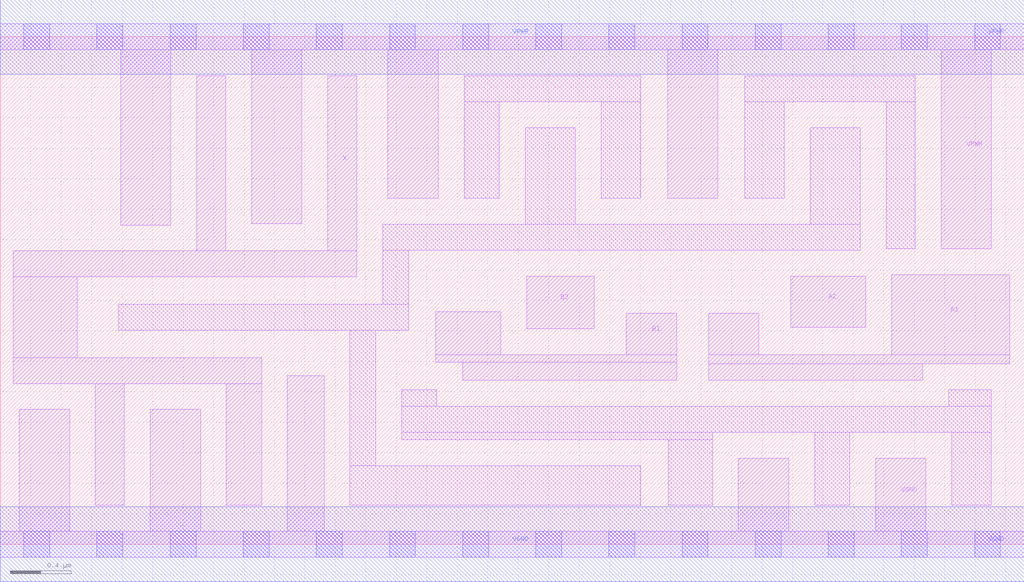
<source format=lef>
# Copyright 2020 The SkyWater PDK Authors
#
# Licensed under the Apache License, Version 2.0 (the "License");
# you may not use this file except in compliance with the License.
# You may obtain a copy of the License at
#
#     https://www.apache.org/licenses/LICENSE-2.0
#
# Unless required by applicable law or agreed to in writing, software
# distributed under the License is distributed on an "AS IS" BASIS,
# WITHOUT WARRANTIES OR CONDITIONS OF ANY KIND, either express or implied.
# See the License for the specific language governing permissions and
# limitations under the License.
#
# SPDX-License-Identifier: Apache-2.0

VERSION 5.7 ;
  NAMESCASESENSITIVE ON ;
  NOWIREEXTENSIONATPIN ON ;
  DIVIDERCHAR "/" ;
  BUSBITCHARS "[]" ;
UNITS
  DATABASE MICRONS 200 ;
END UNITS
MACRO sky130_fd_sc_lp__o22a_4
  CLASS CORE ;
  SOURCE USER ;
  FOREIGN sky130_fd_sc_lp__o22a_4 ;
  ORIGIN  0.000000  0.000000 ;
  SIZE  6.720000 BY  3.330000 ;
  SYMMETRY X Y R90 ;
  SITE unit ;
  PIN A1
    ANTENNAGATEAREA  0.630000 ;
    DIRECTION INPUT ;
    USE SIGNAL ;
    PORT
      LAYER li1 ;
        RECT 4.650000 1.075000 6.055000 1.185000 ;
        RECT 4.650000 1.185000 6.625000 1.245000 ;
        RECT 4.650000 1.245000 4.980000 1.515000 ;
        RECT 5.850000 1.245000 6.625000 1.770000 ;
    END
  END A1
  PIN A2
    ANTENNAGATEAREA  0.630000 ;
    DIRECTION INPUT ;
    USE SIGNAL ;
    PORT
      LAYER li1 ;
        RECT 5.190000 1.425000 5.680000 1.760000 ;
    END
  END A2
  PIN B1
    ANTENNAGATEAREA  0.630000 ;
    DIRECTION INPUT ;
    USE SIGNAL ;
    PORT
      LAYER li1 ;
        RECT 2.860000 1.195000 4.440000 1.245000 ;
        RECT 2.860000 1.245000 3.285000 1.525000 ;
        RECT 3.035000 1.075000 4.440000 1.195000 ;
        RECT 4.110000 1.245000 4.440000 1.515000 ;
    END
  END B1
  PIN B2
    ANTENNAGATEAREA  0.630000 ;
    DIRECTION INPUT ;
    USE SIGNAL ;
    PORT
      LAYER li1 ;
        RECT 3.455000 1.415000 3.900000 1.760000 ;
    END
  END B2
  PIN X
    ANTENNADIFFAREA  1.176000 ;
    DIRECTION OUTPUT ;
    USE SIGNAL ;
    PORT
      LAYER li1 ;
        RECT 0.085000 1.055000 1.715000 1.225000 ;
        RECT 0.085000 1.225000 0.505000 1.755000 ;
        RECT 0.085000 1.755000 2.340000 1.925000 ;
        RECT 0.625000 0.255000 0.815000 1.055000 ;
        RECT 1.290000 1.925000 1.480000 3.075000 ;
        RECT 1.485000 0.255000 1.715000 1.055000 ;
        RECT 2.150000 1.925000 2.340000 3.075000 ;
    END
  END X
  PIN VGND
    DIRECTION INOUT ;
    USE GROUND ;
    PORT
      LAYER li1 ;
        RECT 0.000000 -0.085000 6.720000 0.085000 ;
        RECT 0.125000  0.085000 0.455000 0.885000 ;
        RECT 0.985000  0.085000 1.315000 0.885000 ;
        RECT 1.885000  0.085000 2.125000 1.105000 ;
        RECT 4.845000  0.085000 5.175000 0.565000 ;
        RECT 5.745000  0.085000 6.075000 0.565000 ;
      LAYER mcon ;
        RECT 0.155000 -0.085000 0.325000 0.085000 ;
        RECT 0.635000 -0.085000 0.805000 0.085000 ;
        RECT 1.115000 -0.085000 1.285000 0.085000 ;
        RECT 1.595000 -0.085000 1.765000 0.085000 ;
        RECT 2.075000 -0.085000 2.245000 0.085000 ;
        RECT 2.555000 -0.085000 2.725000 0.085000 ;
        RECT 3.035000 -0.085000 3.205000 0.085000 ;
        RECT 3.515000 -0.085000 3.685000 0.085000 ;
        RECT 3.995000 -0.085000 4.165000 0.085000 ;
        RECT 4.475000 -0.085000 4.645000 0.085000 ;
        RECT 4.955000 -0.085000 5.125000 0.085000 ;
        RECT 5.435000 -0.085000 5.605000 0.085000 ;
        RECT 5.915000 -0.085000 6.085000 0.085000 ;
        RECT 6.395000 -0.085000 6.565000 0.085000 ;
      LAYER met1 ;
        RECT 0.000000 -0.245000 6.720000 0.245000 ;
    END
  END VGND
  PIN VPWR
    DIRECTION INOUT ;
    USE POWER ;
    PORT
      LAYER li1 ;
        RECT 0.000000 3.245000 6.720000 3.415000 ;
        RECT 0.790000 2.095000 1.120000 3.245000 ;
        RECT 1.650000 2.105000 1.980000 3.245000 ;
        RECT 2.545000 2.270000 2.875000 3.245000 ;
        RECT 4.380000 2.270000 4.710000 3.245000 ;
        RECT 6.175000 1.940000 6.505000 3.245000 ;
      LAYER mcon ;
        RECT 0.155000 3.245000 0.325000 3.415000 ;
        RECT 0.635000 3.245000 0.805000 3.415000 ;
        RECT 1.115000 3.245000 1.285000 3.415000 ;
        RECT 1.595000 3.245000 1.765000 3.415000 ;
        RECT 2.075000 3.245000 2.245000 3.415000 ;
        RECT 2.555000 3.245000 2.725000 3.415000 ;
        RECT 3.035000 3.245000 3.205000 3.415000 ;
        RECT 3.515000 3.245000 3.685000 3.415000 ;
        RECT 3.995000 3.245000 4.165000 3.415000 ;
        RECT 4.475000 3.245000 4.645000 3.415000 ;
        RECT 4.955000 3.245000 5.125000 3.415000 ;
        RECT 5.435000 3.245000 5.605000 3.415000 ;
        RECT 5.915000 3.245000 6.085000 3.415000 ;
        RECT 6.395000 3.245000 6.565000 3.415000 ;
      LAYER met1 ;
        RECT 0.000000 3.085000 6.720000 3.575000 ;
    END
  END VPWR
  OBS
    LAYER li1 ;
      RECT 0.775000 1.405000 2.680000 1.575000 ;
      RECT 2.295000 0.255000 4.205000 0.515000 ;
      RECT 2.295000 0.515000 2.465000 1.405000 ;
      RECT 2.510000 1.575000 2.680000 1.930000 ;
      RECT 2.510000 1.930000 5.645000 2.100000 ;
      RECT 2.635000 0.685000 4.675000 0.735000 ;
      RECT 2.635000 0.735000 6.505000 0.905000 ;
      RECT 2.635000 0.905000 2.865000 1.015000 ;
      RECT 3.045000 2.270000 3.275000 2.905000 ;
      RECT 3.045000 2.905000 4.205000 3.075000 ;
      RECT 3.445000 2.100000 3.775000 2.735000 ;
      RECT 3.945000 2.270000 4.205000 2.905000 ;
      RECT 4.385000 0.255000 4.675000 0.685000 ;
      RECT 4.885000 2.270000 5.145000 2.905000 ;
      RECT 4.885000 2.905000 6.005000 3.075000 ;
      RECT 5.315000 2.100000 5.645000 2.735000 ;
      RECT 5.345000 0.255000 5.575000 0.735000 ;
      RECT 5.815000 1.940000 6.005000 2.905000 ;
      RECT 6.225000 0.905000 6.505000 1.015000 ;
      RECT 6.245000 0.255000 6.505000 0.735000 ;
  END
END sky130_fd_sc_lp__o22a_4

</source>
